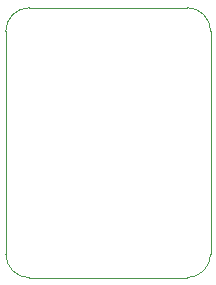
<source format=gm1>
G04 #@! TF.GenerationSoftware,KiCad,Pcbnew,8.0.7-1.fc41*
G04 #@! TF.CreationDate,2025-02-15T00:44:52+02:00*
G04 #@! TF.ProjectId,fan_pwm_to_rotor_lock,66616e5f-7077-46d5-9f74-6f5f726f746f,rev?*
G04 #@! TF.SameCoordinates,Original*
G04 #@! TF.FileFunction,Profile,NP*
%FSLAX46Y46*%
G04 Gerber Fmt 4.6, Leading zero omitted, Abs format (unit mm)*
G04 Created by KiCad (PCBNEW 8.0.7-1.fc41) date 2025-02-15 00:44:52*
%MOMM*%
%LPD*%
G01*
G04 APERTURE LIST*
G04 #@! TA.AperFunction,Profile*
%ADD10C,0.100000*%
G04 #@! TD*
G04 APERTURE END LIST*
D10*
X28270200Y-17697200D02*
G75*
G02*
X30270200Y-15697200I2000000J0D01*
G01*
X30270200Y-38557200D02*
G75*
G02*
X28270200Y-36557200I0J2000000D01*
G01*
X43618400Y-15697200D02*
G75*
G02*
X45618400Y-17697200I0J-2000000D01*
G01*
X45618400Y-36557200D02*
G75*
G02*
X43618400Y-38557200I-2000000J0D01*
G01*
X30270200Y-15697200D02*
X43618400Y-15697200D01*
X28270200Y-36557200D02*
X28270200Y-17697200D01*
X43618400Y-38557200D02*
X30270200Y-38557200D01*
X45618400Y-17697200D02*
X45618400Y-36557200D01*
M02*

</source>
